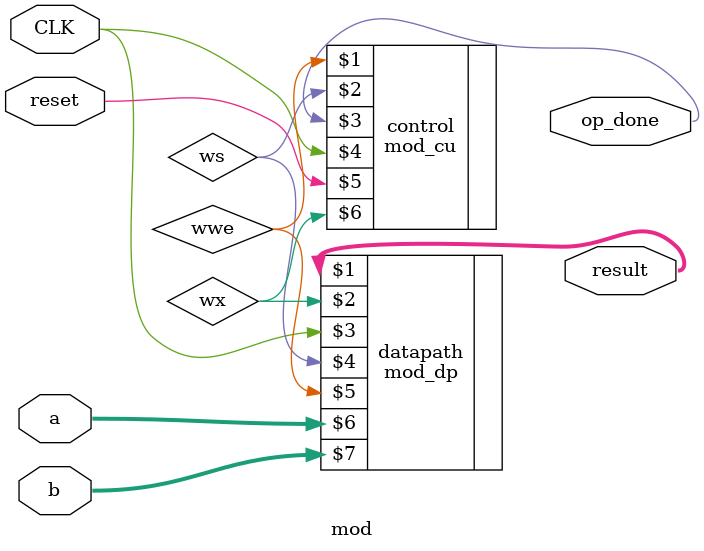
<source format=v>
module mod(output wire [31:0] result, output op_done, input reset, CLK, input [31:0] a, b); // Mod operation that has datapath and control unit

wire wx, ws, wwe;

mod_cu control(wwe, ws, op_done, CLK, reset, wx);
mod_dp datapath(result, wx, CLK, ws, wwe,  a, b);

endmodule

</source>
